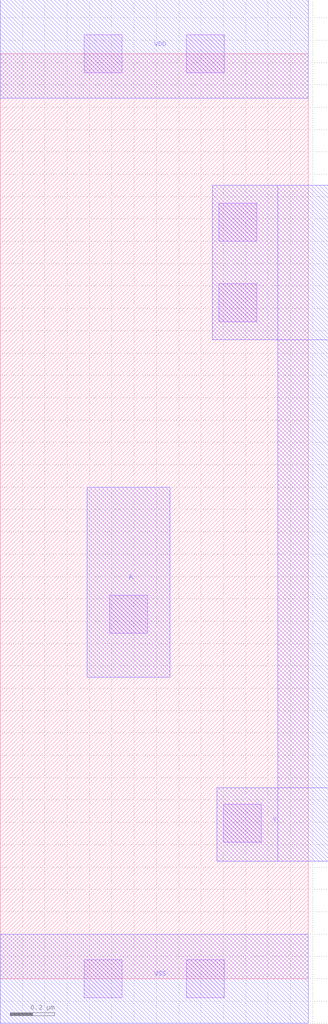
<source format=lef>
VERSION 5.8 ;
BUSBITCHARS "[]" ;
DIVIDERCHAR "/" ;

PROPERTYDEFINITIONS
  MACRO CatenaDesignType STRING ;
  MACRO oaTaper STRING ;
END PROPERTYDEFINITIONS

MACRO inv01f
  CLASS CORE ;
  ORIGIN 0 0 ;
  FOREIGN inv01f 0 0 ;
  SIZE 1.38 BY 4.14 ;
  SYMMETRY X Y ;
  SITE MACRO ;
  PIN Y
    DIRECTION OUTPUT ;
    USE SIGNAL ;
    PORT
      LAYER met1 ;
        RECT 0.95 2.86 1.47 3.55 ;
        RECT 1.245 0.525 1.47 3.55 ;
        RECT 0.97 0.525 1.47 0.855 ;
    END
  END Y
  PIN VSS
    DIRECTION INOUT ;
    USE GROUND ;
    SHAPE ABUTMENT ;
    PORT
      LAYER met1 ;
        RECT 0 -0.2 1.38 0.2 ;
    END
  END VSS
  PIN A
    DIRECTION INPUT ;
    USE SIGNAL ;
    PORT
      LAYER met1 ;
        RECT 0.39 1.35 0.76 2.2 ;
    END
  END A
  PIN VDD
    DIRECTION INOUT ;
    USE POWER ;
    SHAPE ABUTMENT ;
    PORT
      LAYER met1 ;
        RECT 0 3.94 1.38 4.38 ;
    END
  END VDD
  OBS
    LAYER mcon ;
      RECT 1 0.61 1.17 0.78 ;
      RECT 0.98 2.94 1.15 3.11 ;
      RECT 0.98 3.3 1.15 3.47 ;
      RECT 0.835 -0.085 1.005 0.085 ;
      RECT 0.835 4.055 1.005 4.225 ;
      RECT 0.49 1.545 0.66 1.715 ;
      RECT 0.375 -0.085 0.545 0.085 ;
      RECT 0.375 4.055 0.545 4.225 ;
  END
  PROPERTY CatenaDesignType "deviceLevel" ;
  PROPERTY oaTaper "virtuosoDefaultSetup" ;
END inv01f

MACRO inv02f
  CLASS CORE ;
  ORIGIN 0 0 ;
  FOREIGN inv02f 0 0 ;
  SIZE 1.38 BY 4.14 ;
  SYMMETRY X Y ;
  SITE MACRO ;
  PIN Y
    DIRECTION OUTPUT ;
    USE SIGNAL ;
    PORT
      LAYER met1 ;
        RECT 0.61 2.72 1.355 3.41 ;
        RECT 1.125 0.685 1.355 3.41 ;
        RECT 0.625 0.685 1.355 1.015 ;
    END
  END Y
  PIN VDD
    DIRECTION INOUT ;
    USE POWER ;
    SHAPE ABUTMENT ;
    PORT
      LAYER met1 ;
        RECT 0 3.94 1.38 4.38 ;
    END
  END VDD
  PIN VSS
    DIRECTION INOUT ;
    USE GROUND ;
    SHAPE ABUTMENT ;
    PORT
      LAYER met1 ;
        RECT 0 -0.2 1.38 0.2 ;
    END
  END VSS
  PIN A
    DIRECTION INPUT ;
    USE SIGNAL ;
    PORT
      LAYER met1 ;
        RECT 0.275 1.35 0.645 2.2 ;
    END
  END A
  OBS
    LAYER mcon ;
      RECT 0.835 -0.085 1.005 0.085 ;
      RECT 0.835 4.055 1.005 4.225 ;
      RECT 0.655 0.765 0.825 0.935 ;
      RECT 0.64 2.8 0.81 2.97 ;
      RECT 0.64 3.16 0.81 3.33 ;
      RECT 0.375 -0.085 0.545 0.085 ;
      RECT 0.375 1.545 0.545 1.715 ;
      RECT 0.375 4.055 0.545 4.225 ;
  END
  PROPERTY CatenaDesignType "deviceLevel" ;
  PROPERTY oaTaper "virtuosoDefaultSetup" ;
END inv02f

END LIBRARY

</source>
